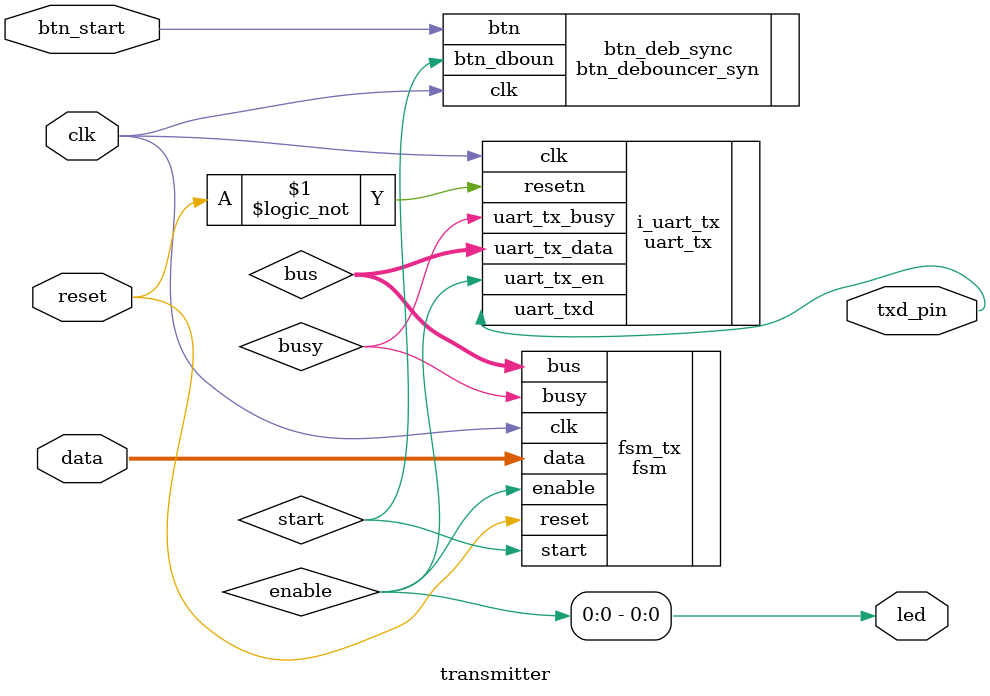
<source format=v>
`timescale 1ns/1ns

module transmitter
 #(parameter DATASIZE = 128)		//Message size in bits.
  (	input 				 clk,		//Clock signal.
	input [DATASIZE-1:0] data,
	input				 btn_start,		//Button synchro-debounced.
	input				 reset,		// Swich?
	output  			 txd_pin, 	//UART Transmit pin.
	output wire [3:0]    led);	//Output to led display of signals.

 	
localparam CLK_HZ = 100_000_000;	// Clock frequency in hertz.
localparam BIT_RATE =     9_600;
localparam PAYLOAD_BITS =     8;

wire [PAYLOAD_BITS-1:0]	bus;
wire        			busy;
wire        			enable;
wire start;

assign led[0] = enable; //Useful to stop the test with wait.

btn_debouncer_syn
#(.CLOCK_FREQ (100),
  .T_TRANS    (2))
btn_deb_sync(
  .clk       (clk),
  .btn		 (btn_start),
  .btn_dboun(start));


fsm
#(.N		(PAYLOAD_BITS),
  .M		(DATASIZE))
fsm_tx(
  .busy		(busy),
  .clk		(clk),
  .start	(start),
  .reset	(reset),
  .data 	(data),
  .enable	(enable),
  .bus		(bus));


uart_tx
#(.BIT_RATE		(BIT_RATE),
  .PAYLOAD_BITS	(PAYLOAD_BITS),
  .CLK_HZ  		(CLK_HZ))
i_uart_tx(
  .clk			(clk),
  .resetn		(!reset),
  .uart_txd		(txd_pin),
  .uart_tx_busy	(busy),
  .uart_tx_en   (enable),
  .uart_tx_data (bus) 
);


endmodule

</source>
